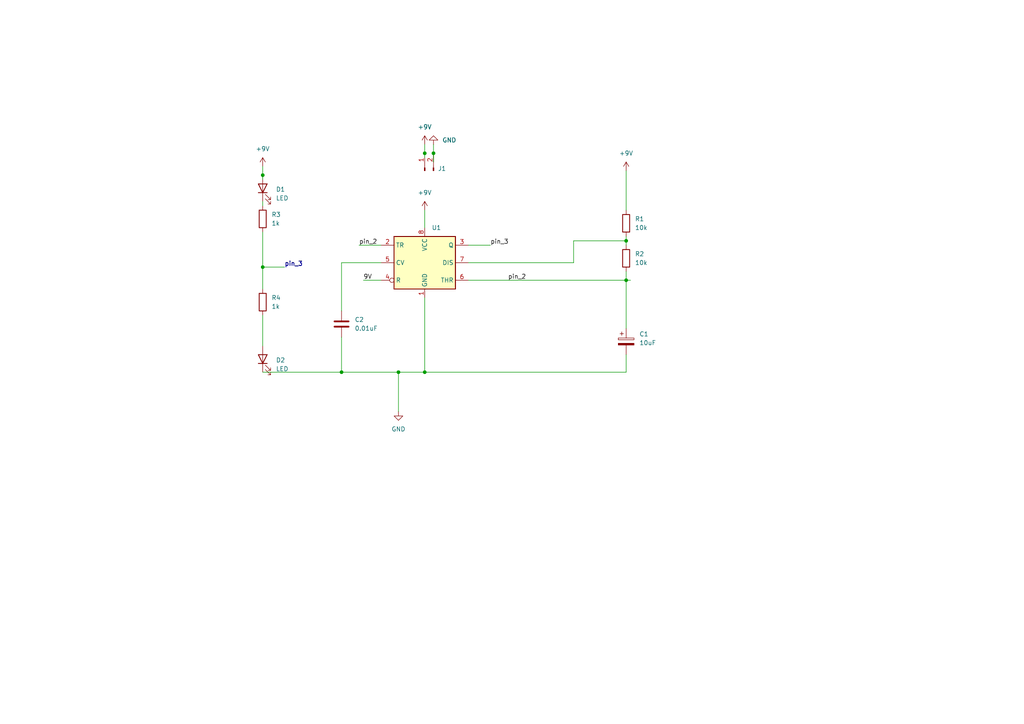
<source format=kicad_sch>
(kicad_sch (version 20211123) (generator eeschema)
  (paper "A4")
  (lib_symbols
    (symbol "Connector:Conn_01x02_Male" (pin_names (offset 1.016) hide)
      (property "Reference" "J" (at 0 2.54 0))
      (property "Value" "Conn_01x02_Male" (at 0 -5.08 0))
      (symbol "Conn_01x02_Male_1_1"
        (polyline (pts (xy 1.27 -2.54) (xy 0.8636 -2.54)) (stroke (width 0.1524)))
        (polyline (pts (xy 1.27 0) (xy 0.8636 0)) (stroke (width 0.1524)))
        (rectangle (start 0.8636 -2.413) (end 0 -2.667) (stroke (width 0.1524)) (fill (type outline)))
        (rectangle (start 0.8636 0.127) (end 0 -0.127) (stroke (width 0.1524)) (fill (type outline)))
        (pin passive line (at 5.08 0 180) (length 3.81) (name "Pin_1") (number "1"))
        (pin passive line (at 5.08 -2.54 180) (length 3.81) (name "Pin_2") (number "2"))
      )
    )
    (symbol "Device:C" (pin_numbers hide) (pin_names (offset 0.254))
      (property "Reference" "C" (at 0.635 2.54 0))
      (property "Value" "C" (at 0.635 -2.54 0))
      (symbol "C_0_1"
        (polyline (pts (xy -2.032 -0.762) (xy 2.032 -0.762)) (stroke (width 0.508)))
        (polyline (pts (xy -2.032 0.762) (xy 2.032 0.762)) (stroke (width 0.508)))
      )
      (symbol "C_1_1"
        (pin passive line (at 0 3.81 270) (length 2.794) (name "~") (number "1"))
        (pin passive line (at 0 -3.81 90) (length 2.794) (name "~") (number "2"))
      )
    )
    (symbol "Device:C_Polarized" (pin_numbers hide) (pin_names (offset 0.254))
      (property "Reference" "C" (at 0.635 2.54 0))
      (property "Value" "C_Polarized" (at 0.635 -2.54 0))
      (symbol "C_Polarized_0_1"
        (rectangle (start -2.286 0.508) (end 2.286 1.016))
        (polyline (pts (xy -1.778 2.286) (xy -0.762 2.286)))
        (polyline (pts (xy -1.27 2.794) (xy -1.27 1.778)))
        (rectangle (start 2.286 -0.508) (end -2.286 -1.016) (fill (type outline)))
      )
      (symbol "C_Polarized_1_1"
        (pin passive line (at 0 3.81 270) (length 2.794) (name "~") (number "1"))
        (pin passive line (at 0 -3.81 90) (length 2.794) (name "~") (number "2"))
      )
    )
    (symbol "Device:LED" (pin_numbers hide) (pin_names (offset 1.016) hide)
      (property "Reference" "D" (at 0 2.54 0))
      (property "Value" "LED" (at 0 -2.54 0))
      (symbol "LED_0_1"
        (polyline (pts (xy -1.27 -1.27) (xy -1.27 1.27)) (stroke (width 0.254)))
        (polyline (pts (xy -1.27 0) (xy 1.27 0)))
        (polyline (pts (xy 1.27 -1.27) (xy 1.27 1.27) (xy -1.27 0) (xy 1.27 -1.27)) (stroke (width 0.254)))
        (polyline (pts (xy -3.048 -0.762) (xy -4.572 -2.286) (xy -3.81 -2.286) (xy -4.572 -2.286) (xy -4.572 -1.524)))
        (polyline (pts (xy -1.778 -0.762) (xy -3.302 -2.286) (xy -2.54 -2.286) (xy -3.302 -2.286) (xy -3.302 -1.524)))
      )
      (symbol "LED_1_1"
        (pin passive line (at -3.81 0 0) (length 2.54) (name "K") (number "1"))
        (pin passive line (at 3.81 0 180) (length 2.54) (name "A") (number "2"))
      )
    )
    (symbol "Device:R" (pin_numbers hide) (pin_names (offset 0))
      (property "Reference" "R" (at 2.032 0 90))
      (property "Value" "R" (at 0 0 90))
      (symbol "R_0_1"
        (rectangle (start -1.016 -2.54) (end 1.016 2.54) (stroke (width 0.254)))
      )
      (symbol "R_1_1"
        (pin passive line (at 0 3.81 270) (length 1.27) (name "~") (number "1"))
        (pin passive line (at 0 -3.81 90) (length 1.27) (name "~") (number "2"))
      )
    )
    (symbol "Timer:NE555D"
      (property "Reference" "U" (at -10.16 8.89 0))
      (property "Value" "NE555D" (at 2.54 8.89 0))
      (symbol "NE555D_0_0"
        (pin power_in line (at 0 -10.16 90) (length 2.54) (name "GND") (number "1"))
        (pin power_in line (at 0 10.16 270) (length 2.54) (name "VCC") (number "8"))
      )
      (symbol "NE555D_0_1"
        (rectangle (start -8.89 -7.62) (end 8.89 7.62) (stroke (width 0.254)) (fill (type background)))
        (rectangle (start -8.89 -7.62) (end 8.89 7.62) (stroke (width 0.254)) (fill (type background)))
      )
      (symbol "NE555D_1_1"
        (pin input line (at -12.7 5.08 0) (length 3.81) (name "TR") (number "2"))
        (pin output line (at 12.7 5.08 180) (length 3.81) (name "Q") (number "3"))
        (pin input inverted (at -12.7 -5.08 0) (length 3.81) (name "R") (number "4"))
        (pin input line (at -12.7 0 0) (length 3.81) (name "CV") (number "5"))
        (pin input line (at 12.7 -5.08 180) (length 3.81) (name "THR") (number "6"))
        (pin input line (at 12.7 0 180) (length 3.81) (name "DIS") (number "7"))
      )
    )
    (symbol "power:+9V" (power) (pin_names (offset 0))
      (property "Value" "+9V" (at 0 3.556 0))
      (symbol "+9V_0_1"
        (polyline (pts (xy -0.762 1.27) (xy 0 2.54)))
        (polyline (pts (xy 0 0) (xy 0 2.54)))
        (polyline (pts (xy 0 2.54) (xy 0.762 1.27)))
      )
      (symbol "+9V_1_1"
        (pin power_in line (at 0 0 90) (length 0) hide (name "+9V") (number "1"))
      )
    )
    (symbol "power:GND" (power) (pin_names (offset 0))
      (property "Value" "GND" (at 0 -3.81 0))
      (symbol "GND_0_1"
        (polyline (pts (xy 0 0) (xy 0 -1.27) (xy 1.27 -1.27) (xy 0 -2.54) (xy -1.27 -1.27) (xy 0 -1.27)))
      )
      (symbol "GND_1_1"
        (pin power_in line (at 0 0 270) (length 0) hide (name "GND") (number "1"))
      )
    )
  )
  (junction (at 181.61 69.85))
  (junction (at 181.61 81.28))
  (junction (at 99.06 107.95))
  (junction (at 123.19 44.45))
  (junction (at 76.2 77.47))
  (junction (at 125.73 44.45))
  (junction (at 76.2 50.8))
  (junction (at 123.19 107.95))
  (junction (at 115.57 107.95))
  (wire (pts (xy 104.14 71.12) (xy 110.49 71.12)))
  (wire (pts (xy 123.19 60.96) (xy 123.19 66.04)))
  (wire (pts (xy 135.89 76.2) (xy 166.37 76.2)))
  (wire (pts (xy 181.61 81.28) (xy 181.61 78.74)))
  (wire (pts (xy 166.37 69.85) (xy 166.37 76.2)))
  (wire (pts (xy 123.19 86.36) (xy 123.19 107.95)))
  (wire (pts (xy 125.73 41.91) (xy 125.73 44.45)))
  (wire (pts (xy 135.89 81.28) (xy 181.61 81.28)))
  (wire (pts (xy 76.2 91.44) (xy 76.2 100.33)))
  (wire (pts (xy 181.61 107.95) (xy 181.61 102.87)))
  (wire (pts (xy 76.2 77.47) (xy 82.55 77.47)))
  (wire (pts (xy 181.61 49.53) (xy 181.61 60.96)))
  (wire (pts (xy 181.61 68.58) (xy 181.61 69.85)))
  (wire (pts (xy 123.19 44.45) (xy 123.19 45.72)))
  (wire (pts (xy 99.06 90.17) (xy 99.06 76.2)))
  (wire (pts (xy 76.2 48.26) (xy 76.2 50.8)))
  (wire (pts (xy 123.19 107.95) (xy 181.61 107.95)))
  (wire (pts (xy 115.57 107.95) (xy 123.19 107.95)))
  (wire (pts (xy 99.06 97.79) (xy 99.06 107.95)))
  (wire (pts (xy 99.06 76.2) (xy 110.49 76.2)))
  (wire (pts (xy 76.2 107.95) (xy 99.06 107.95)))
  (wire (pts (xy 76.2 50.8) (xy 76.2 52.07)))
  (wire (pts (xy 125.73 44.45) (xy 125.73 46.99)))
  (wire (pts (xy 135.89 71.12) (xy 142.24 71.12)))
  (wire (pts (xy 76.2 77.47) (xy 76.2 83.82)))
  (wire (pts (xy 105.41 81.28) (xy 110.49 81.28)))
  (wire (pts (xy 123.19 41.91) (xy 123.19 44.45)))
  (wire (pts (xy 76.2 58.42) (xy 76.2 59.69)))
  (wire (pts (xy 181.61 69.85) (xy 181.61 71.12)))
  (wire (pts (xy 182.88 81.28) (xy 181.61 81.28)))
  (wire (pts (xy 115.57 107.95) (xy 115.57 119.38)))
  (wire (pts (xy 99.06 107.95) (xy 115.57 107.95)))
  (wire (pts (xy 181.61 81.28) (xy 181.61 95.25)))
  (wire (pts (xy 76.2 67.31) (xy 76.2 77.47)))
  (wire (pts (xy 166.37 69.85) (xy 181.61 69.85)))
  (text "pin_3\n" (at 82.55 77.47 0) (effects (font (size 1.27 1.27)) (justify left bottom)))
  (label "pin_2" (at 147.32 81.28 0))
  (label "pin_2" (at 104.14 71.12 0))
  (label "pin_3" (at 82.55 77.47 0))
  (label "pin_3" (at 142.24 71.12 0))
  (label "9V" (at 105.41 81.28 0))
  (symbol (lib_id "power:+9V") (at 123.19 41.91 0) (unit 1)
    (property "Reference" "#PWR?" (effects hide))
    (property "Value" "+9V" (at 123.19 36.83 0))
  )
  (symbol (lib_id "power:GND") (at 115.57 119.38 0) (unit 1)
    (property "Reference" "#PWR?" (effects hide))
    (property "Value" "GND" (at 115.57 124.46 0))
  )
  (symbol (lib_id "Timer:NE555D") (at 123.19 76.2 0) (unit 1)
    (property "Reference" "U1" (at 125.2094 66.04 0) (effects (justify left)))
    (property "Value" "1" (effects hide))
    (property "Footprint" "Package_SO:SOIC-8_3.9x4.9mm_P1.27mm" (effects hide))
    (property "Datasheet" "http://www.ti.com/lit/ds/symlink/ne555.pdf" (effects hide))
  )
  (symbol (lib_id "Device:C_Polarized") (at 181.61 99.06 0) (unit 1)
    (property "Reference" "C1" (at 185.42 96.9009 0) (effects (justify left)))
    (property "Value" "10uF" (at 185.42 99.4409 0) (effects (justify left)))
  )
  (symbol (lib_id "Device:LED") (at 76.2 104.14 90) (unit 1)
    (property "Reference" "D2" (at 80.01 104.4574 90) (effects (justify right)))
    (property "Value" "LED" (at 80.01 106.9974 90) (effects (justify right)))
  )
  (symbol (lib_id "Device:R") (at 181.61 74.93 0) (unit 1)
    (property "Reference" "R2" (at 184.15 73.6599 0) (effects (justify left)))
    (property "Value" "10k" (at 184.15 76.1999 0) (effects (justify left)))
  )
  (symbol (lib_id "Device:R") (at 76.2 87.63 0) (unit 1)
    (property "Reference" "R4" (at 78.74 86.3599 0) (effects (justify left)))
    (property "Value" "1k" (at 78.74 88.8999 0) (effects (justify left)))
  )
  (symbol (lib_id "power:+9V") (at 76.2 48.26 0) (unit 1)
    (property "Reference" "#PWR?" (effects hide))
    (property "Value" "+9V" (at 76.2 43.18 0))
  )
  (symbol (lib_id "power:GND") (at 125.73 41.91 180) (unit 1)
    (property "Reference" "#PWR?" (effects hide))
    (property "Value" "GND" (at 128.27 40.6399 0) (effects (justify right)))
  )
  (symbol (lib_id "Device:C") (at 99.06 93.98 0) (unit 1)
    (property "Reference" "C2" (at 102.87 92.7099 0) (effects (justify left)))
    (property "Value" "0.01uF" (at 102.87 95.2499 0) (effects (justify left)))
  )
  (symbol (lib_id "Device:R") (at 76.2 63.5 0) (unit 1)
    (property "Reference" "R3" (at 78.74 62.2299 0) (effects (justify left)))
    (property "Value" "1k" (at 78.74 64.7699 0) (effects (justify left)))
  )
  (symbol (lib_id "Device:LED") (at 76.2 54.61 90) (unit 1)
    (property "Reference" "D1" (at 80.01 54.9274 90) (effects (justify right)))
    (property "Value" "LED" (at 80.01 57.4674 90) (effects (justify right)))
  )
  (symbol (lib_id "power:+9V") (at 123.19 60.96 0) (unit 1)
    (property "Reference" "#PWR?" (effects hide))
    (property "Value" "+9V" (at 123.19 55.88 0))
  )
  (symbol (lib_id "Connector:Conn_01x02_Male") (at 123.19 49.53 90) (unit 1)
    (property "Reference" "J1" (at 127 48.8949 90) (effects (justify right)))
    (property "Value" "Conn_01x02_Male" (effects hide))
  )
  (symbol (lib_id "Device:R") (at 181.61 64.77 0) (unit 1)
    (property "Reference" "R1" (at 184.15 63.4999 0) (effects (justify left)))
    (property "Value" "10k" (at 184.15 66.0399 0) (effects (justify left)))
  )
  (symbol (lib_id "power:+9V") (at 181.61 49.53 0) (unit 1)
    (property "Reference" "#PWR?" (effects hide))
    (property "Value" "+9V" (at 181.61 44.45 0))
  )
)
</source>
